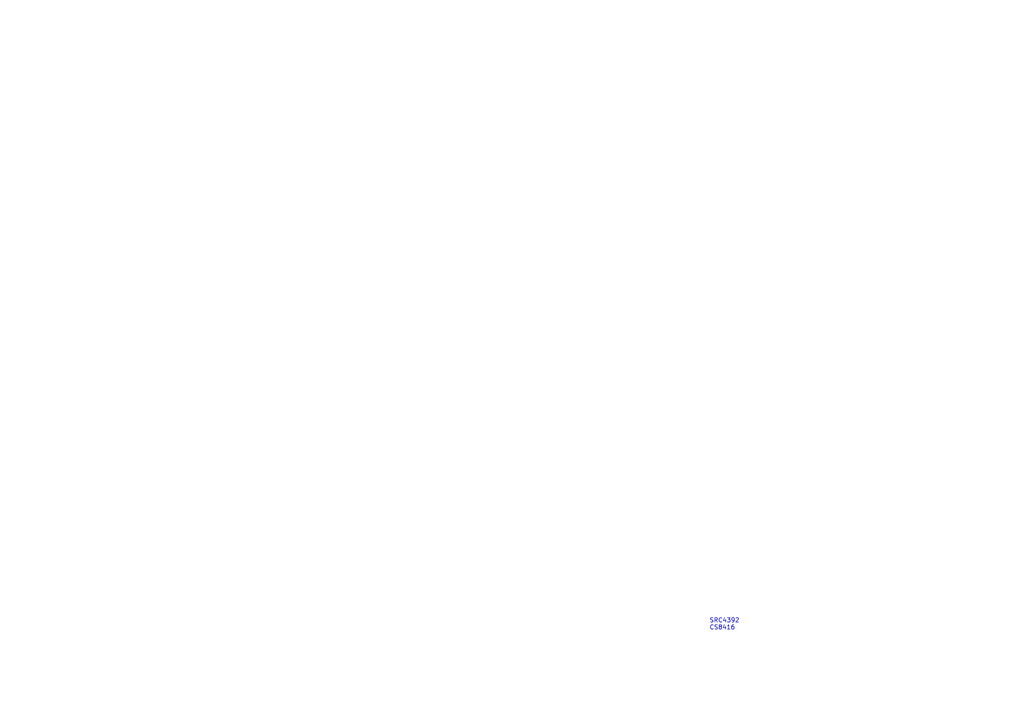
<source format=kicad_sch>
(kicad_sch (version 20230121) (generator eeschema)
  (paper "A4")
  (title_block (title "Sample Rate") (date "01/2023") (rev "A") (comment 1 "Preampifier A/D"))
  (lib_symbols)
  (text "SRC4392\nCS8416" (at 205.74 182.88 0) (effects (font (size 1.27 1.27)) (justify left bottom)))
)
</source>
